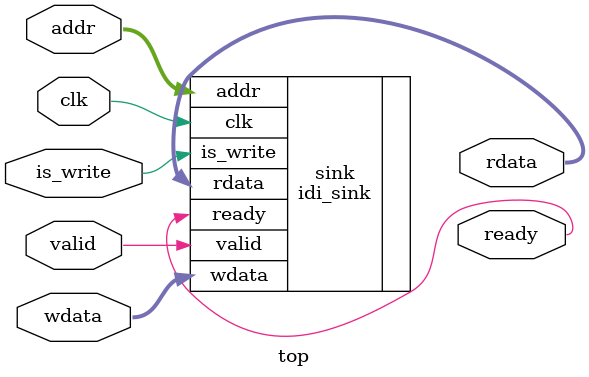
<source format=sv>
module top(
//logic clk = 0;
//always #5 clk = ~clk;
input logic clk,
input logic valid,
input logic is_write,
input logic [63:0] addr,
input logic [31:0] wdata,
output logic [31:0] rdata,
output logic ready
);
idi_sink sink(
    .clk(clk),
    .valid(valid),
    .ready(ready),
    .is_write(is_write),
    .addr(addr),
    .wdata(wdata),
    .rdata(rdata)
);

//initial begin
    //valid = 0;
    //is_write = 0;
    //addr = 0;
    //wdata = 0;
//
    //#20;
//
    //valid = 1;
    //is_write = 1;
    //addr = 64'h100;
    //wdata = 32'hdeadbeef;
//
    //#10;
    //valid = 0;
//
    //#20;
    //valid = 1;
    //is_write = 0;
    //addr = 64'h100;
//
    //#10;
    //valid = 0;
//
    //#50;
    //$finish;
//end
//endmodule
endmodule



</source>
